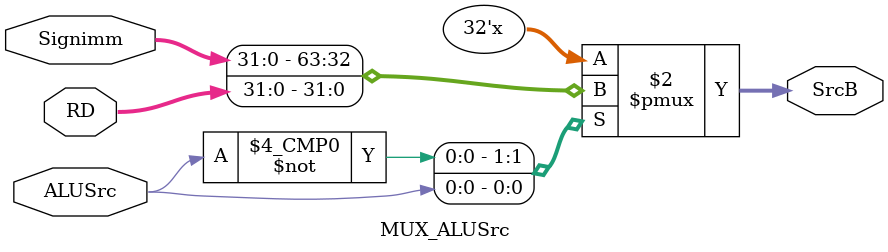
<source format=sv>
module MUX_ALUSrc(input logic ALUSrc,
						input logic[31:0] RD,
						input logic[31:0] Signimm,
						output logic[31:0] SrcB
						);
						
always_comb
	begin
		case(ALUSrc)
			0: SrcB = Signimm;
			1: SrcB = RD;
			default: SrcB = Signimm;
		endcase
	end						
						
endmodule

</source>
